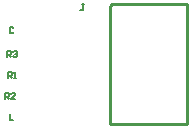
<source format=gto>
%FSLAX23Y23*%
%MOIN*%
G70*
G01*
G75*
%ADD10R,0.024X0.020*%
%ADD11R,0.118X0.059*%
%ADD12R,0.118X0.039*%
%ADD13R,0.051X0.079*%
%ADD14C,0.010*%
%ADD15C,0.236*%
%ADD16C,0.039*%
%ADD17C,0.005*%
D14*
X1280Y360D02*
X1535D01*
X1280D02*
Y755D01*
X1285Y760D01*
X1535D01*
Y360D02*
Y760D01*
D17*
X935Y585D02*
Y605D01*
X945D01*
X948Y602D01*
Y595D01*
X945Y592D01*
X935D01*
X942D02*
X948Y585D01*
X955Y602D02*
X958Y605D01*
X965D01*
X968Y602D01*
Y598D01*
X965Y595D01*
X962D01*
X965D01*
X968Y592D01*
Y588D01*
X965Y585D01*
X958D01*
X955Y588D01*
X930Y445D02*
Y465D01*
X940D01*
X943Y462D01*
Y455D01*
X940Y452D01*
X930D01*
X937D02*
X943Y445D01*
X963D02*
X950D01*
X963Y458D01*
Y462D01*
X960Y465D01*
X953D01*
X950Y462D01*
X940Y515D02*
Y535D01*
X950D01*
X953Y532D01*
Y525D01*
X950Y522D01*
X940D01*
X947D02*
X953Y515D01*
X960D02*
X967D01*
X963D01*
Y535D01*
X960Y532D01*
X944Y396D02*
Y376D01*
X957D01*
X1192Y760D02*
X1185D01*
X1189D01*
Y743D01*
X1185Y740D01*
X1182D01*
X1179Y743D01*
X957Y683D02*
X954Y686D01*
X947D01*
X944Y683D01*
Y669D01*
X947Y666D01*
X954D01*
X957Y669D01*
M02*

</source>
